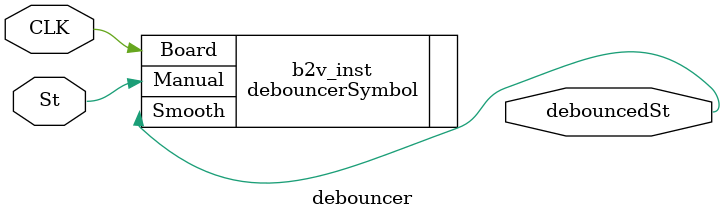
<source format=v>


module debouncer(
	St,
	CLK,
	debouncedSt
);


input wire	St;
input wire	CLK;
output wire	debouncedSt;






debouncerSymbol	b2v_inst(
	.Manual(St),
	.Board(CLK),
	.Smooth(debouncedSt));


endmodule

</source>
